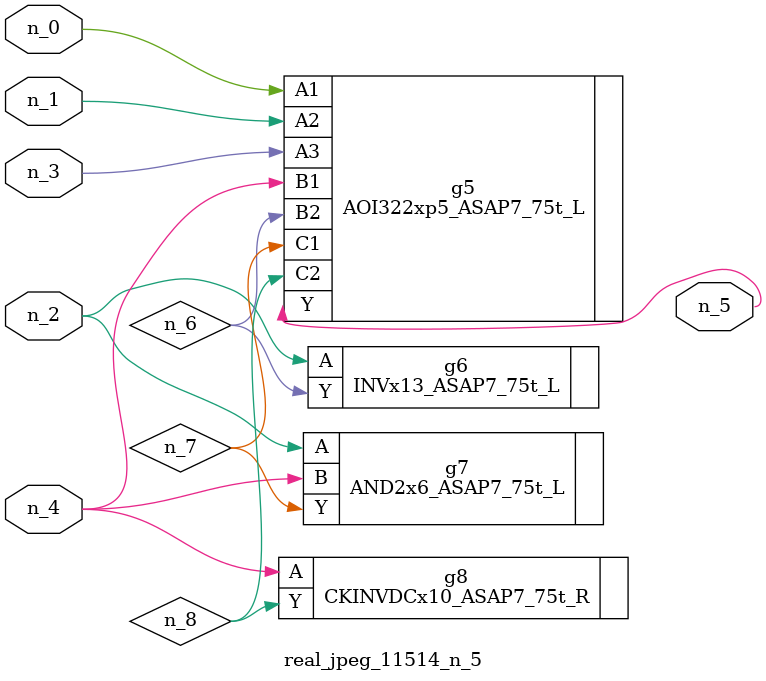
<source format=v>
module real_jpeg_11514_n_5 (n_4, n_0, n_1, n_2, n_3, n_5);

input n_4;
input n_0;
input n_1;
input n_2;
input n_3;

output n_5;

wire n_8;
wire n_6;
wire n_7;

AOI322xp5_ASAP7_75t_L g5 ( 
.A1(n_0),
.A2(n_1),
.A3(n_3),
.B1(n_4),
.B2(n_6),
.C1(n_7),
.C2(n_8),
.Y(n_5)
);

INVx13_ASAP7_75t_L g6 ( 
.A(n_2),
.Y(n_6)
);

AND2x6_ASAP7_75t_L g7 ( 
.A(n_2),
.B(n_4),
.Y(n_7)
);

CKINVDCx10_ASAP7_75t_R g8 ( 
.A(n_4),
.Y(n_8)
);


endmodule
</source>
